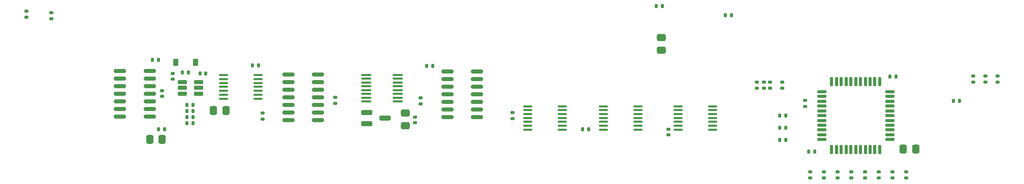
<source format=gbr>
%TF.GenerationSoftware,KiCad,Pcbnew,8.0.6*%
%TF.CreationDate,2024-10-21T11:50:30+02:00*%
%TF.ProjectId,rgb-to-hdmi,7267622d-746f-42d6-9864-6d692e6b6963,rev?*%
%TF.SameCoordinates,Original*%
%TF.FileFunction,Paste,Top*%
%TF.FilePolarity,Positive*%
%FSLAX46Y46*%
G04 Gerber Fmt 4.6, Leading zero omitted, Abs format (unit mm)*
G04 Created by KiCad (PCBNEW 8.0.6) date 2024-10-21 11:50:30*
%MOMM*%
%LPD*%
G01*
G04 APERTURE LIST*
G04 Aperture macros list*
%AMRoundRect*
0 Rectangle with rounded corners*
0 $1 Rounding radius*
0 $2 $3 $4 $5 $6 $7 $8 $9 X,Y pos of 4 corners*
0 Add a 4 corners polygon primitive as box body*
4,1,4,$2,$3,$4,$5,$6,$7,$8,$9,$2,$3,0*
0 Add four circle primitives for the rounded corners*
1,1,$1+$1,$2,$3*
1,1,$1+$1,$4,$5*
1,1,$1+$1,$6,$7*
1,1,$1+$1,$8,$9*
0 Add four rect primitives between the rounded corners*
20,1,$1+$1,$2,$3,$4,$5,0*
20,1,$1+$1,$4,$5,$6,$7,0*
20,1,$1+$1,$6,$7,$8,$9,0*
20,1,$1+$1,$8,$9,$2,$3,0*%
G04 Aperture macros list end*
%ADD10RoundRect,0.250000X-0.337500X-0.475000X0.337500X-0.475000X0.337500X0.475000X-0.337500X0.475000X0*%
%ADD11RoundRect,0.140000X0.170000X-0.140000X0.170000X0.140000X-0.170000X0.140000X-0.170000X-0.140000X0*%
%ADD12RoundRect,0.140000X-0.140000X-0.170000X0.140000X-0.170000X0.140000X0.170000X-0.140000X0.170000X0*%
%ADD13RoundRect,0.140000X0.140000X0.170000X-0.140000X0.170000X-0.140000X-0.170000X0.140000X-0.170000X0*%
%ADD14RoundRect,0.135000X0.185000X-0.135000X0.185000X0.135000X-0.185000X0.135000X-0.185000X-0.135000X0*%
%ADD15RoundRect,0.135000X-0.135000X-0.185000X0.135000X-0.185000X0.135000X0.185000X-0.135000X0.185000X0*%
%ADD16RoundRect,0.135000X0.135000X0.185000X-0.135000X0.185000X-0.135000X-0.185000X0.135000X-0.185000X0*%
%ADD17RoundRect,0.137500X0.600000X0.137500X-0.600000X0.137500X-0.600000X-0.137500X0.600000X-0.137500X0*%
%ADD18RoundRect,0.137500X0.137500X0.600000X-0.137500X0.600000X-0.137500X-0.600000X0.137500X-0.600000X0*%
%ADD19RoundRect,0.135000X-0.185000X0.135000X-0.185000X-0.135000X0.185000X-0.135000X0.185000X0.135000X0*%
%ADD20RoundRect,0.100000X0.637500X0.100000X-0.637500X0.100000X-0.637500X-0.100000X0.637500X-0.100000X0*%
%ADD21RoundRect,0.100000X-0.712500X-0.100000X0.712500X-0.100000X0.712500X0.100000X-0.712500X0.100000X0*%
%ADD22RoundRect,0.250000X0.475000X-0.337500X0.475000X0.337500X-0.475000X0.337500X-0.475000X-0.337500X0*%
%ADD23RoundRect,0.140000X-0.170000X0.140000X-0.170000X-0.140000X0.170000X-0.140000X0.170000X0.140000X0*%
%ADD24RoundRect,0.100000X-0.637500X-0.100000X0.637500X-0.100000X0.637500X0.100000X-0.637500X0.100000X0*%
%ADD25RoundRect,0.150000X-0.825000X-0.150000X0.825000X-0.150000X0.825000X0.150000X-0.825000X0.150000X0*%
%ADD26RoundRect,0.200000X-0.750000X-0.200000X0.750000X-0.200000X0.750000X0.200000X-0.750000X0.200000X0*%
%ADD27RoundRect,0.225000X0.225000X0.375000X-0.225000X0.375000X-0.225000X-0.375000X0.225000X-0.375000X0*%
%ADD28RoundRect,0.250000X0.337500X0.475000X-0.337500X0.475000X-0.337500X-0.475000X0.337500X-0.475000X0*%
%ADD29RoundRect,0.150000X0.825000X0.150000X-0.825000X0.150000X-0.825000X-0.150000X0.825000X-0.150000X0*%
%ADD30RoundRect,0.162500X-0.617500X-0.162500X0.617500X-0.162500X0.617500X0.162500X-0.617500X0.162500X0*%
%ADD31RoundRect,0.250000X-0.475000X0.337500X-0.475000X-0.337500X0.475000X-0.337500X0.475000X0.337500X0*%
G04 APERTURE END LIST*
D10*
%TO.C,C1*%
X160689500Y-57888000D03*
X162764500Y-57888000D03*
%TD*%
D11*
%TO.C,C2*%
X144328000Y-50748000D03*
X144328000Y-49788000D03*
%TD*%
D12*
%TO.C,C3*%
X158526600Y-45746800D03*
X159486600Y-45746800D03*
%TD*%
D13*
%TO.C,C4*%
X145929500Y-58269000D03*
X144969500Y-58269000D03*
%TD*%
D14*
%TO.C,R1*%
X172395000Y-46714000D03*
X172395000Y-45694000D03*
%TD*%
%TO.C,R2*%
X176459000Y-46714000D03*
X176459000Y-45694000D03*
%TD*%
%TO.C,R3*%
X174427000Y-46714000D03*
X174427000Y-45694000D03*
%TD*%
D15*
%TO.C,R4*%
X131032000Y-35536000D03*
X132052000Y-35536000D03*
%TD*%
D16*
%TO.C,R5*%
X120583000Y-34012000D03*
X119563000Y-34012000D03*
%TD*%
D17*
%TO.C,U1*%
X158443500Y-56300000D03*
X158443500Y-55500000D03*
X158443500Y-54700000D03*
X158443500Y-53900000D03*
X158443500Y-53100000D03*
X158443500Y-52300000D03*
X158443500Y-51500000D03*
X158443500Y-50700000D03*
X158443500Y-49900000D03*
X158443500Y-49100000D03*
X158443500Y-48300000D03*
D18*
X156781000Y-46637500D03*
X155981000Y-46637500D03*
X155181000Y-46637500D03*
X154381000Y-46637500D03*
X153581000Y-46637500D03*
X152781000Y-46637500D03*
X151981000Y-46637500D03*
X151181000Y-46637500D03*
X150381000Y-46637500D03*
X149581000Y-46637500D03*
X148781000Y-46637500D03*
D17*
X147118500Y-48300000D03*
X147118500Y-49100000D03*
X147118500Y-49900000D03*
X147118500Y-50700000D03*
X147118500Y-51500000D03*
X147118500Y-52300000D03*
X147118500Y-53100000D03*
X147118500Y-53900000D03*
X147118500Y-54700000D03*
X147118500Y-55500000D03*
X147118500Y-56300000D03*
D18*
X148781000Y-57962500D03*
X149581000Y-57962500D03*
X150381000Y-57962500D03*
X151181000Y-57962500D03*
X151981000Y-57962500D03*
X152781000Y-57962500D03*
X153581000Y-57962500D03*
X154381000Y-57962500D03*
X155181000Y-57962500D03*
X155981000Y-57962500D03*
X156781000Y-57962500D03*
%TD*%
D14*
%TO.C,R7*%
X138486000Y-47728000D03*
X138486000Y-46708000D03*
%TD*%
D19*
%TO.C,R18*%
X147503000Y-61696000D03*
X147503000Y-62716000D03*
%TD*%
D11*
%TO.C,C13*%
X79329400Y-53463200D03*
X79329400Y-52503200D03*
%TD*%
D19*
%TO.C,R33*%
X14534000Y-34834500D03*
X14534000Y-35854500D03*
%TD*%
D20*
%TO.C,U9*%
X128927900Y-54636800D03*
X128927900Y-53986800D03*
X128927900Y-53336800D03*
X128927900Y-52686800D03*
X128927900Y-52036800D03*
X128927900Y-51386800D03*
X128927900Y-50736800D03*
X123202900Y-50736800D03*
X123202900Y-51386800D03*
X123202900Y-52036800D03*
X123202900Y-52686800D03*
X123202900Y-53336800D03*
X123202900Y-53986800D03*
X123202900Y-54636800D03*
%TD*%
D21*
%TO.C,U4*%
X71205500Y-45505500D03*
X71205500Y-46140500D03*
X71205500Y-46775500D03*
X71205500Y-47410500D03*
X71205500Y-48045500D03*
X71205500Y-48680500D03*
X71205500Y-49315500D03*
X71205500Y-49950500D03*
X76480500Y-49950500D03*
X76480500Y-49315500D03*
X76480500Y-48680500D03*
X76480500Y-48045500D03*
X76480500Y-47410500D03*
X76480500Y-46775500D03*
X76480500Y-46140500D03*
X76480500Y-45505500D03*
%TD*%
D22*
%TO.C,C12*%
X77703800Y-53976400D03*
X77703800Y-51901400D03*
%TD*%
D23*
%TO.C,C16*%
X53929400Y-51898800D03*
X53929400Y-52858800D03*
%TD*%
%TO.C,C19*%
X121595000Y-54563200D03*
X121595000Y-55523200D03*
%TD*%
D24*
%TO.C,U10*%
X110723800Y-50736800D03*
X110723800Y-51386800D03*
X110723800Y-52036800D03*
X110723800Y-52686800D03*
X110723800Y-53336800D03*
X110723800Y-53986800D03*
X110723800Y-54636800D03*
X116448800Y-54636800D03*
X116448800Y-53986800D03*
X116448800Y-53336800D03*
X116448800Y-52686800D03*
X116448800Y-52036800D03*
X116448800Y-51386800D03*
X116448800Y-50736800D03*
%TD*%
D13*
%TO.C,C18*%
X108260000Y-54586000D03*
X107300000Y-54586000D03*
%TD*%
D19*
%TO.C,R17*%
X154361000Y-61696000D03*
X154361000Y-62716000D03*
%TD*%
D13*
%TO.C,C8*%
X82247800Y-44019600D03*
X81287800Y-44019600D03*
%TD*%
D25*
%TO.C,U6*%
X58222000Y-45442000D03*
X58222000Y-46712000D03*
X58222000Y-47982000D03*
X58222000Y-49252000D03*
X58222000Y-50522000D03*
X58222000Y-51792000D03*
X58222000Y-53062000D03*
X63172000Y-53062000D03*
X63172000Y-51792000D03*
X63172000Y-50522000D03*
X63172000Y-49252000D03*
X63172000Y-47982000D03*
X63172000Y-46712000D03*
X63172000Y-45442000D03*
%TD*%
D13*
%TO.C,C15*%
X53213000Y-43918000D03*
X52253000Y-43918000D03*
%TD*%
D26*
%TO.C,U7*%
X71300200Y-51756400D03*
X71300200Y-53656400D03*
X74300200Y-52706400D03*
%TD*%
D14*
%TO.C,R13*%
X137470000Y-47728000D03*
X137470000Y-46708000D03*
%TD*%
D15*
%TO.C,R28*%
X41331000Y-52554000D03*
X42351000Y-52554000D03*
%TD*%
D14*
%TO.C,R22*%
X18666000Y-36116000D03*
X18666000Y-35096000D03*
%TD*%
D15*
%TO.C,R10*%
X140135000Y-54332000D03*
X141155000Y-54332000D03*
%TD*%
D23*
%TO.C,C6*%
X37140000Y-48109000D03*
X37140000Y-49069000D03*
%TD*%
D27*
%TO.C,D3*%
X42777800Y-43359200D03*
X39477800Y-43359200D03*
%TD*%
D28*
%TO.C,C9*%
X37161500Y-56237000D03*
X35086500Y-56237000D03*
%TD*%
D29*
%TO.C,U8*%
X35108000Y-52427000D03*
X35108000Y-51157000D03*
X35108000Y-49887000D03*
X35108000Y-48617000D03*
X35108000Y-47347000D03*
X35108000Y-46077000D03*
X35108000Y-44807000D03*
X30158000Y-44807000D03*
X30158000Y-46077000D03*
X30158000Y-47347000D03*
X30158000Y-48617000D03*
X30158000Y-49887000D03*
X30158000Y-51157000D03*
X30158000Y-52427000D03*
%TD*%
D14*
%TO.C,R20*%
X140518000Y-47730000D03*
X140518000Y-46710000D03*
%TD*%
%TO.C,R6*%
X152075000Y-62716000D03*
X152075000Y-61696000D03*
%TD*%
D25*
%TO.C,U5*%
X84742600Y-44934000D03*
X84742600Y-46204000D03*
X84742600Y-47474000D03*
X84742600Y-48744000D03*
X84742600Y-50014000D03*
X84742600Y-51284000D03*
X84742600Y-52554000D03*
X89692600Y-52554000D03*
X89692600Y-51284000D03*
X89692600Y-50014000D03*
X89692600Y-48744000D03*
X89692600Y-47474000D03*
X89692600Y-46204000D03*
X89692600Y-44934000D03*
%TD*%
D14*
%TO.C,R8*%
X145217000Y-62716000D03*
X145217000Y-61696000D03*
%TD*%
D15*
%TO.C,R29*%
X41329000Y-50522000D03*
X42349000Y-50522000D03*
%TD*%
D24*
%TO.C,U11*%
X98140800Y-50736800D03*
X98140800Y-51386800D03*
X98140800Y-52036800D03*
X98140800Y-52686800D03*
X98140800Y-53336800D03*
X98140800Y-53986800D03*
X98140800Y-54636800D03*
X103865800Y-54636800D03*
X103865800Y-53986800D03*
X103865800Y-53336800D03*
X103865800Y-52686800D03*
X103865800Y-52036800D03*
X103865800Y-51386800D03*
X103865800Y-50736800D03*
%TD*%
D19*
%TO.C,R21*%
X158933000Y-61696000D03*
X158933000Y-62716000D03*
%TD*%
D30*
%TO.C,U2*%
X40569000Y-46712000D03*
X40569000Y-47662000D03*
X40569000Y-48612000D03*
X43269000Y-48612000D03*
X43269000Y-47662000D03*
X43269000Y-46712000D03*
%TD*%
D16*
%TO.C,R30*%
X37573800Y-54535200D03*
X36553800Y-54535200D03*
%TD*%
D15*
%TO.C,R27*%
X41331000Y-51538000D03*
X42351000Y-51538000D03*
%TD*%
D19*
%TO.C,R19*%
X149789000Y-61696000D03*
X149789000Y-62716000D03*
%TD*%
D15*
%TO.C,R9*%
X140135000Y-56364000D03*
X141155000Y-56364000D03*
%TD*%
%TO.C,R11*%
X140135000Y-52300000D03*
X141155000Y-52300000D03*
%TD*%
D11*
%TO.C,C7*%
X38943400Y-46198800D03*
X38943400Y-45238800D03*
%TD*%
D16*
%TO.C,R23*%
X170058200Y-49810800D03*
X169038200Y-49810800D03*
%TD*%
D19*
%TO.C,R24*%
X80294600Y-49302800D03*
X80294600Y-50322800D03*
%TD*%
D11*
%TO.C,C17*%
X95585400Y-52780000D03*
X95585400Y-51820000D03*
%TD*%
D10*
%TO.C,C11*%
X45729100Y-51436400D03*
X47804100Y-51436400D03*
%TD*%
D14*
%TO.C,R25*%
X66070600Y-50270000D03*
X66070600Y-49250000D03*
%TD*%
D19*
%TO.C,R12*%
X156647000Y-61696000D03*
X156647000Y-62716000D03*
%TD*%
D24*
%TO.C,U3*%
X47427000Y-45554000D03*
X47427000Y-46204000D03*
X47427000Y-46854000D03*
X47427000Y-47504000D03*
X47427000Y-48154000D03*
X47427000Y-48804000D03*
X47427000Y-49454000D03*
X53152000Y-49454000D03*
X53152000Y-48804000D03*
X53152000Y-48154000D03*
X53152000Y-47504000D03*
X53152000Y-46854000D03*
X53152000Y-46204000D03*
X53152000Y-45554000D03*
%TD*%
D16*
%TO.C,R31*%
X36557800Y-42952800D03*
X35537800Y-42952800D03*
%TD*%
D31*
%TO.C,C5*%
X120426600Y-39273700D03*
X120426600Y-41348700D03*
%TD*%
D19*
%TO.C,R14*%
X161219000Y-61696000D03*
X161219000Y-62716000D03*
%TD*%
D15*
%TO.C,R26*%
X40567000Y-45086400D03*
X41587000Y-45086400D03*
%TD*%
D13*
%TO.C,C14*%
X44475400Y-45289600D03*
X43515400Y-45289600D03*
%TD*%
D14*
%TO.C,R15*%
X136327000Y-47728000D03*
X136327000Y-46708000D03*
%TD*%
D15*
%TO.C,R32*%
X41329000Y-53570000D03*
X42349000Y-53570000D03*
%TD*%
M02*

</source>
